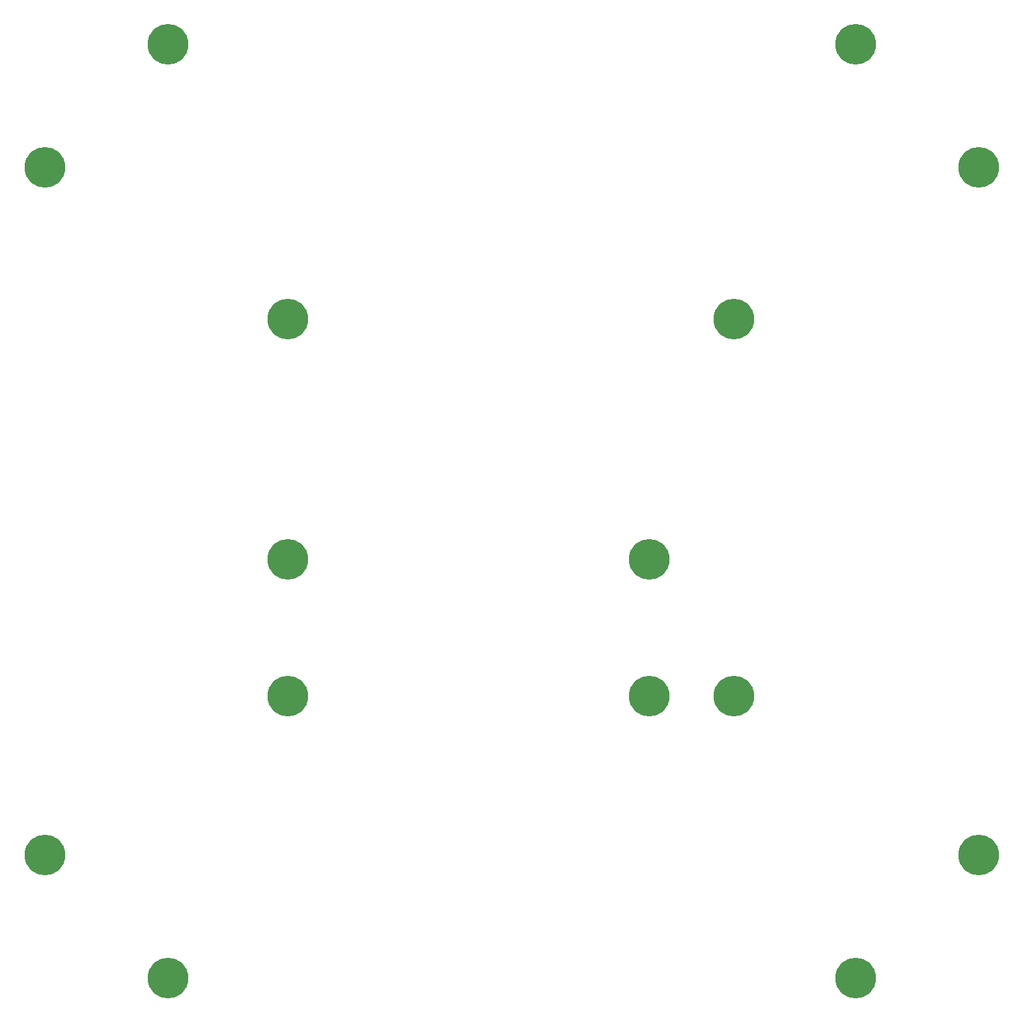
<source format=gbs>
G04*
G04 #@! TF.GenerationSoftware,Altium Limited,Altium Designer,20.1.14 (287)*
G04*
G04 Layer_Color=16711935*
%FSLAX25Y25*%
%MOIN*%
G70*
G04*
G04 #@! TF.SameCoordinates,1D987C98-FF78-4C22-975A-79D4403F1CEA*
G04*
G04*
G04 #@! TF.FilePolarity,Negative*
G04*
G01*
G75*
%ADD46C,0.20800*%
D46*
X437300Y269500D02*
D03*
X499600Y125000D02*
D03*
X84500Y540100D02*
D03*
X209000Y269500D02*
D03*
Y462400D02*
D03*
X437300D02*
D03*
X209000Y339500D02*
D03*
X394000Y269500D02*
D03*
Y339500D02*
D03*
X562600Y188000D02*
D03*
X499600Y603100D02*
D03*
X147500D02*
D03*
Y125000D02*
D03*
X562600Y540100D02*
D03*
X84500Y188000D02*
D03*
M02*

</source>
